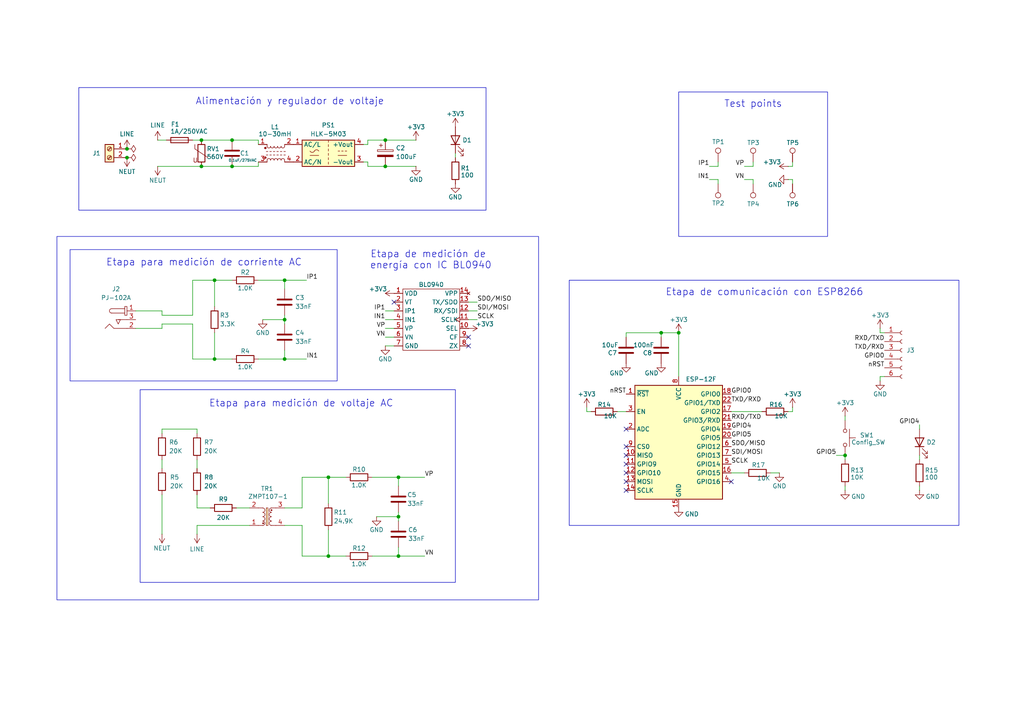
<source format=kicad_sch>
(kicad_sch (version 20231120) (generator "eeschema") (generator_version "8.0")
  (paper "A4")
  (title_block (title "Sistema de monitoreo de red eléctrica doméstica y/o industrial") (date "2024-06-13") (rev "Rev_01") (company "Alejo Mancinelli"))
  (lib_symbols
    (symbol "Connector:Conn_01x06_Socket" (pin_names (offset 1.016) hide)
      (property "Reference" "J" (at 0 7.62 0))
      (property "Value" "Conn_01x06_Socket" (at 0 -10.16 0))
      (symbol "Conn_01x06_Socket_1_1"
        (arc (start 0 -7.112) (mid -0.5058 -7.62) (end 0 -8.128) (stroke (width 0.1524)))
        (arc (start 0 -4.572) (mid -0.5058 -5.08) (end 0 -5.588) (stroke (width 0.1524)))
        (arc (start 0 -2.032) (mid -0.5058 -2.54) (end 0 -3.048) (stroke (width 0.1524)))
        (polyline (pts (xy -1.27 -7.62) (xy -0.508 -7.62)) (stroke (width 0.1524)))
        (polyline (pts (xy -1.27 -5.08) (xy -0.508 -5.08)) (stroke (width 0.1524)))
        (polyline (pts (xy -1.27 -2.54) (xy -0.508 -2.54)) (stroke (width 0.1524)))
        (polyline (pts (xy -1.27 0) (xy -0.508 0)) (stroke (width 0.1524)))
        (polyline (pts (xy -1.27 2.54) (xy -0.508 2.54)) (stroke (width 0.1524)))
        (polyline (pts (xy -1.27 5.08) (xy -0.508 5.08)) (stroke (width 0.1524)))
        (arc (start 0 0.508) (mid -0.5058 0) (end 0 -0.508) (stroke (width 0.1524)))
        (arc (start 0 3.048) (mid -0.5058 2.54) (end 0 2.032) (stroke (width 0.1524)))
        (arc (start 0 5.588) (mid -0.5058 5.08) (end 0 4.572) (stroke (width 0.1524)))
        (pin passive line (at -5.08 5.08 0) (length 3.81) (name "Pin_1") (number "1"))
        (pin passive line (at -5.08 2.54 0) (length 3.81) (name "Pin_2") (number "2"))
        (pin passive line (at -5.08 0 0) (length 3.81) (name "Pin_3") (number "3"))
        (pin passive line (at -5.08 -2.54 0) (length 3.81) (name "Pin_4") (number "4"))
        (pin passive line (at -5.08 -5.08 0) (length 3.81) (name "Pin_5") (number "5"))
        (pin passive line (at -5.08 -7.62 0) (length 3.81) (name "Pin_6") (number "6"))
      )
    )
    (symbol "Connector:Screw_Terminal_01x02" (pin_names (offset 1.016) hide)
      (property "Reference" "J" (at 0 2.54 0))
      (property "Value" "Screw_Terminal_01x02" (at 0 -5.08 0))
      (symbol "Screw_Terminal_01x02_1_1"
        (rectangle (start -1.27 1.27) (end 1.27 -3.81) (stroke (width 0.254)) (fill (type background)))
        (circle (center 0 -2.54) (radius 0.635) (stroke (width 0.1524)))
        (polyline (pts (xy -0.5334 -2.2098) (xy 0.3302 -3.048)) (stroke (width 0.1524)))
        (polyline (pts (xy -0.5334 0.3302) (xy 0.3302 -0.508)) (stroke (width 0.1524)))
        (polyline (pts (xy -0.3556 -2.032) (xy 0.508 -2.8702)) (stroke (width 0.1524)))
        (polyline (pts (xy -0.3556 0.508) (xy 0.508 -0.3302)) (stroke (width 0.1524)))
        (circle (center 0 0) (radius 0.635) (stroke (width 0.1524)))
        (pin passive line (at -5.08 0 0) (length 3.81) (name "Pin_1") (number "1"))
        (pin passive line (at -5.08 -2.54 0) (length 3.81) (name "Pin_2") (number "2"))
      )
    )
    (symbol "Connector:TestPoint" (pin_numbers hide) (pin_names (offset 0.762) hide)
      (property "Reference" "TP" (at 0 6.858 0))
      (property "Value" "TestPoint" (at 0 5.08 0))
      (symbol "TestPoint_0_1"
        (circle (center 0 3.302) (radius 0.762))
      )
      (symbol "TestPoint_1_1"
        (pin passive line (at 0 0 90) (length 2.54) (name "1") (number "1"))
      )
    )
    (symbol "Converter_ACDC:HLK-5M03"
      (property "Reference" "PS" (at 0 5.08 0))
      (property "Value" "HLK-5M03" (at 0 -5.08 0))
      (symbol "HLK-5M03_0_1"
        (rectangle (start -7.62 3.81) (end 7.62 -3.81) (stroke (width 0.254)) (fill (type background)))
        (arc (start -5.334 0.635) (mid -4.699 0.2495) (end -4.064 0.635))
        (arc (start -2.794 0.635) (mid -3.429 1.0072) (end -4.064 0.635))
        (polyline (pts (xy -5.334 -0.635) (xy -2.794 -0.635)))
        (polyline (pts (xy 0 -2.54) (xy 0 -3.175)))
        (polyline (pts (xy 0 -1.27) (xy 0 -1.905)))
        (polyline (pts (xy 0 0) (xy 0 -0.635)))
        (polyline (pts (xy 0 1.27) (xy 0 0.635)))
        (polyline (pts (xy 0 2.54) (xy 0 1.905)))
        (polyline (pts (xy 0 3.81) (xy 0 3.175)))
        (polyline (pts (xy 2.794 -0.635) (xy 5.334 -0.635)))
        (polyline (pts (xy 2.794 0.635) (xy 3.302 0.635)))
        (polyline (pts (xy 3.81 0.635) (xy 4.318 0.635)))
        (polyline (pts (xy 4.826 0.635) (xy 5.334 0.635)))
      )
      (symbol "HLK-5M03_1_1"
        (pin power_in line (at -10.16 2.54 0) (length 2.54) (name "AC/L") (number "1"))
        (pin power_in line (at -10.16 -2.54 0) (length 2.54) (name "AC/N") (number "2"))
        (pin power_out line (at 10.16 -2.54 180) (length 2.54) (name "-Vout") (number "3"))
        (pin power_out line (at 10.16 2.54 180) (length 2.54) (name "+Vout") (number "4"))
      )
    )
    (symbol "Custom_Library_Symbols:BL0940"
      (property "Reference" "BL0940" (at 0 13.716 0))
      (symbol "BL0940_0_1"
        (rectangle (start -7.62 8.89) (end 8.89 -8.89))
      )
      (symbol "BL0940_1_1"
        (pin power_in line (at -10.16 7.62 0) (length 2.54) (name "VDD") (number "1"))
        (pin input line (at 11.43 -2.54 180) (length 2.54) (name "SEL") (number "10"))
        (pin input clock (at 11.43 0 180) (length 2.54) (name "SCLK") (number "11"))
        (pin input line (at 11.43 2.54 180) (length 2.54) (name "RX/SDI") (number "12"))
        (pin output line (at 11.43 5.08 180) (length 2.54) (name "TX/SDO") (number "13"))
        (pin no_connect line (at 11.43 7.62 180) (length 2.54) (name "VPP") (number "14"))
        (pin input line (at -10.16 5.08 0) (length 2.54) (name "VT") (number "2"))
        (pin input line (at -10.16 2.54 0) (length 2.54) (name "IP1") (number "3"))
        (pin input line (at -10.16 0 0) (length 2.54) (name "IN1") (number "4"))
        (pin input line (at -10.16 -2.54 0) (length 2.54) (name "VP") (number "5"))
        (pin input line (at -10.16 -5.08 0) (length 2.54) (name "VN") (number "6"))
        (pin power_in line (at -10.16 -7.62 0) (length 2.54) (name "GND") (number "7"))
        (pin output line (at 11.43 -7.62 180) (length 2.54) (name "ZX") (number "8"))
        (pin output line (at 11.43 -5.08 180) (length 2.54) (name "CF") (number "9"))
      )
    )
    (symbol "Device:C" (pin_numbers hide) (pin_names (offset 0.254))
      (property "Reference" "C" (at 0.635 2.54 0))
      (property "Value" "C" (at 0.635 -2.54 0))
      (symbol "C_0_1"
        (polyline (pts (xy -2.032 -0.762) (xy 2.032 -0.762)) (stroke (width 0.508)))
        (polyline (pts (xy -2.032 0.762) (xy 2.032 0.762)) (stroke (width 0.508)))
      )
      (symbol "C_1_1"
        (pin passive line (at 0 3.81 270) (length 2.794) (name "~") (number "1"))
        (pin passive line (at 0 -3.81 90) (length 2.794) (name "~") (number "2"))
      )
    )
    (symbol "Device:C_Polarized" (pin_numbers hide) (pin_names (offset 0.254))
      (property "Reference" "C" (at 0.635 2.54 0))
      (property "Value" "C_Polarized" (at 0.635 -2.54 0))
      (symbol "C_Polarized_0_1"
        (rectangle (start -2.286 0.508) (end 2.286 1.016))
        (polyline (pts (xy -1.778 2.286) (xy -0.762 2.286)))
        (polyline (pts (xy -1.27 2.794) (xy -1.27 1.778)))
        (rectangle (start 2.286 -0.508) (end -2.286 -1.016) (fill (type outline)))
      )
      (symbol "C_Polarized_1_1"
        (pin passive line (at 0 3.81 270) (length 2.794) (name "~") (number "1"))
        (pin passive line (at 0 -3.81 90) (length 2.794) (name "~") (number "2"))
      )
    )
    (symbol "Device:Fuse" (pin_numbers hide) (pin_names (offset 0))
      (property "Reference" "F" (at 2.032 0 90))
      (property "Value" "Fuse" (at -1.905 0 90))
      (symbol "Fuse_0_1"
        (rectangle (start -0.762 -2.54) (end 0.762 2.54) (stroke (width 0.254)))
        (polyline (pts (xy 0 2.54) (xy 0 -2.54)))
      )
      (symbol "Fuse_1_1"
        (pin passive line (at 0 3.81 270) (length 1.27) (name "~") (number "1"))
        (pin passive line (at 0 -3.81 90) (length 1.27) (name "~") (number "2"))
      )
    )
    (symbol "Device:LED" (pin_numbers hide) (pin_names (offset 1.016) hide)
      (property "Reference" "D" (at 0 2.54 0))
      (property "Value" "LED" (at 0 -2.54 0))
      (symbol "LED_0_1"
        (polyline (pts (xy -1.27 -1.27) (xy -1.27 1.27)) (stroke (width 0.254)))
        (polyline (pts (xy -1.27 0) (xy 1.27 0)))
        (polyline (pts (xy 1.27 -1.27) (xy 1.27 1.27) (xy -1.27 0) (xy 1.27 -1.27)) (stroke (width 0.254)))
        (polyline (pts (xy -3.048 -0.762) (xy -4.572 -2.286) (xy -3.81 -2.286) (xy -4.572 -2.286) (xy -4.572 -1.524)))
        (polyline (pts (xy -1.778 -0.762) (xy -3.302 -2.286) (xy -2.54 -2.286) (xy -3.302 -2.286) (xy -3.302 -1.524)))
      )
      (symbol "LED_1_1"
        (pin passive line (at -3.81 0 0) (length 2.54) (name "K") (number "1"))
        (pin passive line (at 3.81 0 180) (length 2.54) (name "A") (number "2"))
      )
    )
    (symbol "Device:L_Ferrite_Coupled" (pin_names (offset 0.254) hide)
      (property "Reference" "L" (at 0 4.445 0))
      (property "Value" "L_Ferrite_Coupled" (at 0 -4.445 0))
      (symbol "L_Ferrite_Coupled_0_1"
        (circle (center -3.048 -1.27) (radius 0.254) (fill (type outline)))
        (circle (center -3.048 1.524) (radius 0.254) (fill (type outline)))
        (arc (start -2.54 2.032) (mid -2.032 1.5262) (end -1.524 2.032))
        (arc (start -1.524 -2.032) (mid -2.032 -1.5262) (end -2.54 -2.032))
        (arc (start -1.524 2.032) (mid -1.016 1.5262) (end -0.508 2.032))
        (arc (start -0.508 -2.032) (mid -1.016 -1.5262) (end -1.524 -2.032))
        (arc (start -0.508 2.032) (mid 0 1.5262) (end 0.508 2.032))
        (polyline (pts (xy -2.794 -0.508) (xy -2.286 -0.508)))
        (polyline (pts (xy -2.794 0.508) (xy -2.286 0.508)))
        (polyline (pts (xy -2.54 -2.032) (xy -2.54 -2.54)))
        (polyline (pts (xy -2.54 2.032) (xy -2.54 2.54)))
        (polyline (pts (xy -1.778 -0.508) (xy -1.27 -0.508)))
        (polyline (pts (xy -1.778 0.508) (xy -1.27 0.508)))
        (polyline (pts (xy -0.762 -0.508) (xy -0.254 -0.508)))
        (polyline (pts (xy -0.762 0.508) (xy -0.254 0.508)))
        (polyline (pts (xy 0.254 -0.508) (xy 0.762 -0.508)))
        (polyline (pts (xy 0.254 0.508) (xy 0.762 0.508)))
        (polyline (pts (xy 1.27 -0.508) (xy 1.778 -0.508)))
        (polyline (pts (xy 1.27 0.508) (xy 1.778 0.508)))
        (polyline (pts (xy 2.286 -0.508) (xy 2.794 -0.508)))
        (polyline (pts (xy 2.286 0.508) (xy 2.794 0.508)))
        (polyline (pts (xy 2.54 -2.032) (xy 2.54 -2.54)))
        (polyline (pts (xy 2.54 2.54) (xy 2.54 2.032)))
        (arc (start 0.508 -2.032) (mid 0 -1.5262) (end -0.508 -2.032))
        (arc (start 0.508 2.032) (mid 1.016 1.5262) (end 1.524 2.032))
        (arc (start 1.524 -2.032) (mid 1.016 -1.5262) (end 0.508 -2.032))
        (arc (start 1.524 2.032) (mid 2.032 1.5262) (end 2.54 2.032))
        (arc (start 2.54 -2.032) (mid 2.032 -1.5262) (end 1.524 -2.032))
      )
      (symbol "L_Ferrite_Coupled_1_1"
        (pin passive line (at -5.08 2.54 0) (length 2.54) (name "1") (number "1"))
        (pin passive line (at 5.08 2.54 180) (length 2.54) (name "2") (number "2"))
        (pin passive line (at -5.08 -2.54 0) (length 2.54) (name "3") (number "3"))
        (pin passive line (at 5.08 -2.54 180) (length 2.54) (name "4") (number "4"))
      )
    )
    (symbol "Device:R" (pin_numbers hide) (pin_names (offset 0))
      (property "Reference" "R" (at 2.032 0 90))
      (property "Value" "R" (at 0 0 90))
      (symbol "R_0_1"
        (rectangle (start -1.016 -2.54) (end 1.016 2.54) (stroke (width 0.254)))
      )
      (symbol "R_1_1"
        (pin passive line (at 0 3.81 270) (length 1.27) (name "~") (number "1"))
        (pin passive line (at 0 -3.81 90) (length 1.27) (name "~") (number "2"))
      )
    )
    (symbol "Device:Varistor" (pin_numbers hide) (pin_names (offset 0))
      (property "Reference" "RV" (at 3.175 0 90))
      (property "Value" "Varistor" (at -3.175 0 90))
      (symbol "Varistor_0_0"
        (text "U" (at -1.778 -2.032 0) (effects (font (size 1.27 1.27))))
      )
      (symbol "Varistor_0_1"
        (rectangle (start -1.016 -2.54) (end 1.016 2.54) (stroke (width 0.254)))
        (polyline (pts (xy -1.905 2.54) (xy -1.905 1.27) (xy 1.905 -1.27)))
      )
      (symbol "Varistor_1_1"
        (pin passive line (at 0 3.81 270) (length 1.27) (name "~") (number "1"))
        (pin passive line (at 0 -3.81 90) (length 1.27) (name "~") (number "2"))
      )
    )
    (symbol "RF_Module:ESP-12F"
      (property "Reference" "U" (at -12.7 19.05 0))
      (property "Value" "ESP-12F" (at 12.7 19.05 0))
      (symbol "ESP-12F_0_1"
        (rectangle (start -12.7 17.78) (end 12.7 -15.24) (stroke (width 0.254)) (fill (type background)))
      )
      (symbol "ESP-12F_1_1"
        (pin input line (at -15.24 15.24 0) (length 2.54) (name "~{RST}") (number "1"))
        (pin bidirectional line (at -15.24 -2.54 0) (length 2.54) (name "MISO") (number "10"))
        (pin bidirectional line (at -15.24 -5.08 0) (length 2.54) (name "GPIO9") (number "11"))
        (pin bidirectional line (at -15.24 -7.62 0) (length 2.54) (name "GPIO10") (number "12"))
        (pin bidirectional line (at -15.24 -10.16 0) (length 2.54) (name "MOSI") (number "13"))
        (pin bidirectional line (at -15.24 -12.7 0) (length 2.54) (name "SCLK") (number "14"))
        (pin power_in line (at 0 -17.78 90) (length 2.54) (name "GND") (number "15"))
        (pin bidirectional line (at 15.24 -7.62 180) (length 2.54) (name "GPIO15") (number "16"))
        (pin bidirectional line (at 15.24 10.16 180) (length 2.54) (name "GPIO2") (number "17"))
        (pin bidirectional line (at 15.24 15.24 180) (length 2.54) (name "GPIO0") (number "18"))
        (pin bidirectional line (at 15.24 5.08 180) (length 2.54) (name "GPIO4") (number "19"))
        (pin input line (at -15.24 5.08 0) (length 2.54) (name "ADC") (number "2"))
        (pin bidirectional line (at 15.24 2.54 180) (length 2.54) (name "GPIO5") (number "20"))
        (pin bidirectional line (at 15.24 7.62 180) (length 2.54) (name "GPIO3/RXD") (number "21"))
        (pin bidirectional line (at 15.24 12.7 180) (length 2.54) (name "GPIO1/TXD") (number "22"))
        (pin input line (at -15.24 10.16 0) (length 2.54) (name "EN") (number "3"))
        (pin bidirectional line (at 15.24 -10.16 180) (length 2.54) (name "GPIO16") (number "4"))
        (pin bidirectional line (at 15.24 -5.08 180) (length 2.54) (name "GPIO14") (number "5"))
        (pin bidirectional line (at 15.24 0 180) (length 2.54) (name "GPIO12") (number "6"))
        (pin bidirectional line (at 15.24 -2.54 180) (length 2.54) (name "GPIO13") (number "7"))
        (pin power_in line (at 0 20.32 270) (length 2.54) (name "VCC") (number "8"))
        (pin input line (at -15.24 0 0) (length 2.54) (name "CS0") (number "9"))
      )
    )
    (symbol "Switch:SW_Push" (pin_numbers hide) (pin_names (offset 1.016) hide)
      (property "Reference" "SW" (at 1.27 2.54 0))
      (property "Value" "SW_Push" (at 0 -1.524 0))
      (symbol "SW_Push_0_1"
        (circle (center -2.032 0) (radius 0.508))
        (polyline (pts (xy 0 1.27) (xy 0 3.048)))
        (polyline (pts (xy 2.54 1.27) (xy -2.54 1.27)))
        (circle (center 2.032 0) (radius 0.508))
        (pin passive line (at -5.08 0 0) (length 2.54) (name "1") (number "1"))
        (pin passive line (at 5.08 0 180) (length 2.54) (name "2") (number "2"))
      )
    )
    (symbol "Transformer:ZMPT101K"
      (property "Reference" "TR" (at 0 4.445 0))
      (property "Value" "ZMPT101K" (at 0 -4.445 0))
      (symbol "ZMPT101K_0_1"
        (polyline (pts (xy -1.27 -2.54) (xy -2.54 -2.54)))
        (polyline (pts (xy -1.27 2.54) (xy -2.54 2.54)))
        (polyline (pts (xy 1.27 -2.54) (xy 2.54 -2.54)))
        (polyline (pts (xy 1.27 2.54) (xy 2.54 2.54)))
      )
      (symbol "ZMPT101K_1_1"
        (arc (start -1.27 -2.54) (mid -0.6377 -1.905) (end -1.27 -1.27))
        (arc (start -1.27 -1.27) (mid -0.6377 -0.635) (end -1.27 0))
        (arc (start -1.27 0) (mid -0.6377 0.635) (end -1.27 1.27))
        (arc (start -1.27 1.27) (mid -0.6377 1.905) (end -1.27 2.54))
        (circle (center -1.143 1.905) (radius 0.127) (stroke (width 0.254)))
        (rectangle (start -0.254 2.54) (end 0.254 -2.54) (fill (type background)))
        (circle (center 1.27 -1.905) (radius 0.127) (stroke (width 0.254)))
        (arc (start 1.27 -1.27) (mid 0.6377 -1.905) (end 1.27 -2.54))
        (arc (start 1.27 0) (mid 0.6377 -0.635) (end 1.27 -1.27))
        (arc (start 1.27 1.27) (mid 0.6377 0.635) (end 1.27 0))
        (arc (start 1.27 2.54) (mid 0.6377 1.905) (end 1.27 1.27))
        (pin passive line (at -5.08 2.54 0) (length 2.54) (name "~") (number "1"))
        (pin passive line (at -5.08 -2.54 0) (length 2.54) (name "~") (number "2"))
        (pin passive line (at 5.08 -2.54 180) (length 2.54) (name "~") (number "3"))
        (pin passive line (at 5.08 2.54 180) (length 2.54) (name "~") (number "4"))
      )
    )
    (symbol "dk_Barrel-Power-Connectors:PJ-102A" (pin_names (offset 1.016))
      (property "Reference" "J" (at 0 2.54 0))
      (property "Value" "PJ-102A" (at 0 -6.35 0))
      (symbol "PJ-102A_0_1"
        (arc (start -4.445 0.635) (mid -5.08 0) (end -4.445 -0.635))
        (rectangle (start -0.635 1.27) (end 0 -1.27))
        (polyline (pts (xy -0.635 -0.635) (xy -4.445 -0.635)))
        (polyline (pts (xy -0.635 0.635) (xy -4.445 0.635)))
        (polyline (pts (xy 0 -2.54) (xy -1.27 -2.54) (xy -2.54 -2.54)))
        (polyline (pts (xy 0 -5.08) (xy -3.81 -5.08) (xy -5.08 -3.81) (xy -6.35 -5.08)))
        (polyline (pts (xy -2.54 -2.54) (xy -3.175 -2.54) (xy -2.54 -3.81) (xy -1.905 -2.54) (xy -2.54 -2.54)))
      )
      (symbol "PJ-102A_1_1"
        (pin passive line (at 2.54 0 180) (length 2.54) (name "~") (number "1"))
        (pin passive line (at 2.54 -5.08 180) (length 2.54) (name "~") (number "2"))
        (pin passive line (at 2.54 -2.54 180) (length 2.54) (name "~") (number "3"))
      )
    )
    (symbol "power:+3V3" (power) (pin_numbers hide) (pin_names (offset 0) hide)
      (property "Value" "+3V3" (at 0 3.556 0))
      (symbol "+3V3_0_1"
        (polyline (pts (xy -0.762 1.27) (xy 0 2.54)))
        (polyline (pts (xy 0 0) (xy 0 2.54)))
        (polyline (pts (xy 0 2.54) (xy 0.762 1.27)))
      )
      (symbol "+3V3_1_1"
        (pin power_in line (at 0 0 90) (length 0) (name "~") (number "1"))
      )
    )
    (symbol "power:GND" (power) (pin_numbers hide) (pin_names (offset 0) hide)
      (property "Value" "GND" (at 0 -3.81 0))
      (symbol "GND_0_1"
        (polyline (pts (xy 0 0) (xy 0 -1.27) (xy 1.27 -1.27) (xy 0 -2.54) (xy -1.27 -1.27) (xy 0 -1.27)))
      )
      (symbol "GND_1_1"
        (pin power_in line (at 0 0 270) (length 0) (name "~") (number "1"))
      )
    )
    (symbol "power:LINE" (power) (pin_numbers hide) (pin_names (offset 0) hide)
      (property "Value" "LINE" (at 0 3.556 0))
      (symbol "LINE_0_1"
        (polyline (pts (xy -0.762 1.27) (xy 0 2.54)))
        (polyline (pts (xy 0 0) (xy 0 2.54)))
        (polyline (pts (xy 0 2.54) (xy 0.762 1.27)))
      )
      (symbol "LINE_1_1"
        (pin power_in line (at 0 0 90) (length 0) (name "~") (number "1"))
      )
    )
    (symbol "power:NEUT" (power) (pin_numbers hide) (pin_names (offset 0) hide)
      (property "Value" "NEUT" (at 0 3.556 0))
      (symbol "NEUT_0_1"
        (polyline (pts (xy -0.762 1.27) (xy 0 2.54)))
        (polyline (pts (xy 0 0) (xy 0 2.54)))
        (polyline (pts (xy 0 2.54) (xy 0.762 1.27)))
      )
      (symbol "NEUT_1_1"
        (pin power_in line (at 0 0 90) (length 0) (name "~") (number "1"))
      )
    )
    (symbol "power:PWR_FLAG" (power) (pin_numbers hide) (pin_names (offset 0) hide)
      (property "Value" "PWR_FLAG" (at 0 3.81 0))
      (symbol "PWR_FLAG_0_0"
        (pin power_out line (at 0 0 90) (length 0) (name "~") (number "1"))
      )
      (symbol "PWR_FLAG_0_1"
        (polyline (pts (xy 0 0) (xy 0 1.27) (xy -1.016 1.905) (xy 0 2.54) (xy 1.016 1.905) (xy 0 1.27)))
      )
    )
  )
  (junction (at 191.77 96.52))
  (junction (at 58.42 48.26))
  (junction (at 245.11 132.08))
  (junction (at 115.57 149.86))
  (junction (at 95.25 161.29))
  (junction (at 67.31 48.26))
  (junction (at 111.76 40.64))
  (junction (at 62.23 104.14))
  (junction (at 82.55 81.28))
  (junction (at 36.83 43.18))
  (junction (at 196.85 96.52))
  (junction (at 111.76 48.26))
  (junction (at 115.57 161.29))
  (junction (at 82.55 104.14))
  (junction (at 115.57 138.43))
  (junction (at 95.25 138.43))
  (junction (at 62.23 81.28))
  (junction (at 67.31 40.64))
  (junction (at 58.42 40.64))
  (junction (at 36.83 45.72))
  (junction (at 82.55 92.71))
  (no_connect (at 212.09 139.7))
  (no_connect (at 181.61 139.7))
  (no_connect (at 135.89 100.33))
  (no_connect (at 114.3 87.63))
  (no_connect (at 181.61 132.08))
  (no_connect (at 181.61 124.46))
  (no_connect (at 135.89 97.79))
  (no_connect (at 181.61 129.54))
  (no_connect (at 181.61 142.24))
  (no_connect (at 181.61 134.62))
  (no_connect (at 181.61 137.16))
  (wire (pts (xy 218.44 52.07) (xy 218.44 53.34)))
  (wire (pts (xy 55.88 93.98) (xy 55.88 104.14)))
  (wire (pts (xy 45.72 40.64) (xy 48.26 40.64)))
  (wire (pts (xy 181.61 96.52) (xy 191.77 96.52)))
  (wire (pts (xy 95.25 161.29) (xy 100.33 161.29)))
  (wire (pts (xy 111.76 95.25) (xy 114.3 95.25)))
  (wire (pts (xy 58.42 48.26) (xy 67.31 48.26)))
  (wire (pts (xy 87.63 138.43) (xy 87.63 147.32)))
  (wire (pts (xy 135.89 92.71) (xy 138.43 92.71)))
  (wire (pts (xy 46.99 125.73) (xy 46.99 124.46)))
  (wire (pts (xy 191.77 96.52) (xy 196.85 96.52)))
  (wire (pts (xy 115.57 161.29) (xy 123.19 161.29)))
  (wire (pts (xy 95.25 138.43) (xy 100.33 138.43)))
  (wire (pts (xy 205.74 48.26) (xy 208.28 48.26)))
  (wire (pts (xy 68.58 147.32) (xy 72.39 147.32)))
  (wire (pts (xy 255.27 109.22) (xy 256.54 109.22)))
  (wire (pts (xy 208.28 52.07) (xy 208.28 53.34)))
  (wire (pts (xy 76.2 92.71) (xy 82.55 92.71)))
  (wire (pts (xy 266.7 123.19) (xy 266.7 124.46)))
  (wire (pts (xy 62.23 81.28) (xy 67.31 81.28)))
  (wire (pts (xy 242.57 132.08) (xy 245.11 132.08)))
  (wire (pts (xy 82.55 104.14) (xy 82.55 101.6)))
  (wire (pts (xy 82.55 83.82) (xy 82.55 81.28)))
  (wire (pts (xy 57.15 143.51) (xy 57.15 147.32)))
  (wire (pts (xy 111.76 100.33) (xy 114.3 100.33)))
  (wire (pts (xy 57.15 147.32) (xy 60.96 147.32)))
  (wire (pts (xy 105.41 46.99) (xy 106.68 46.99)))
  (wire (pts (xy 95.25 146.05) (xy 95.25 138.43)))
  (wire (pts (xy 111.76 40.64) (xy 120.65 40.64)))
  (wire (pts (xy 57.15 124.46) (xy 57.15 125.73)))
  (wire (pts (xy 223.52 137.16) (xy 226.06 137.16)))
  (wire (pts (xy 245.11 133.35) (xy 245.11 132.08)))
  (wire (pts (xy 255.27 96.52) (xy 255.27 95.25)))
  (wire (pts (xy 228.6 119.38) (xy 229.87 119.38)))
  (wire (pts (xy 55.88 81.28) (xy 62.23 81.28)))
  (wire (pts (xy 82.55 104.14) (xy 88.9 104.14)))
  (wire (pts (xy 212.09 119.38) (xy 220.98 119.38)))
  (wire (pts (xy 57.15 133.35) (xy 57.15 135.89)))
  (wire (pts (xy 111.76 48.26) (xy 120.65 48.26)))
  (wire (pts (xy 106.68 41.91) (xy 106.68 40.64)))
  (wire (pts (xy 45.72 48.26) (xy 58.42 48.26)))
  (wire (pts (xy 95.25 153.67) (xy 95.25 161.29)))
  (wire (pts (xy 115.57 161.29) (xy 115.57 158.75)))
  (wire (pts (xy 215.9 48.26) (xy 218.44 48.26)))
  (wire (pts (xy 256.54 96.52) (xy 255.27 96.52)))
  (wire (pts (xy 62.23 96.52) (xy 62.23 104.14)))
  (wire (pts (xy 62.23 104.14) (xy 67.31 104.14)))
  (wire (pts (xy 74.93 46.99) (xy 74.93 48.26)))
  (wire (pts (xy 74.93 40.64) (xy 67.31 40.64)))
  (wire (pts (xy 109.22 149.86) (xy 115.57 149.86)))
  (wire (pts (xy 208.28 48.26) (xy 208.28 46.99)))
  (wire (pts (xy 115.57 140.97) (xy 115.57 138.43)))
  (wire (pts (xy 215.9 52.07) (xy 218.44 52.07)))
  (wire (pts (xy 228.6 52.07) (xy 229.87 52.07)))
  (wire (pts (xy 205.74 52.07) (xy 208.28 52.07)))
  (wire (pts (xy 107.95 161.29) (xy 115.57 161.29)))
  (wire (pts (xy 229.87 52.07) (xy 229.87 53.34)))
  (wire (pts (xy 55.88 81.28) (xy 55.88 91.44)))
  (wire (pts (xy 115.57 138.43) (xy 107.95 138.43)))
  (wire (pts (xy 82.55 81.28) (xy 88.9 81.28)))
  (wire (pts (xy 58.42 40.64) (xy 67.31 40.64)))
  (wire (pts (xy 82.55 147.32) (xy 87.63 147.32)))
  (wire (pts (xy 111.76 90.17) (xy 114.3 90.17)))
  (wire (pts (xy 170.18 119.38) (xy 170.18 118.11)))
  (wire (pts (xy 106.68 40.64) (xy 111.76 40.64)))
  (wire (pts (xy 191.77 97.79) (xy 191.77 96.52)))
  (wire (pts (xy 106.68 46.99) (xy 106.68 48.26)))
  (wire (pts (xy 82.55 81.28) (xy 74.93 81.28)))
  (wire (pts (xy 46.99 90.17) (xy 46.99 91.44)))
  (wire (pts (xy 87.63 161.29) (xy 95.25 161.29)))
  (wire (pts (xy 57.15 152.4) (xy 57.15 154.94)))
  (wire (pts (xy 39.37 90.17) (xy 46.99 90.17)))
  (wire (pts (xy 46.99 124.46) (xy 57.15 124.46)))
  (wire (pts (xy 55.88 104.14) (xy 62.23 104.14)))
  (wire (pts (xy 105.41 41.91) (xy 106.68 41.91)))
  (wire (pts (xy 266.7 140.97) (xy 266.7 142.24)))
  (wire (pts (xy 218.44 48.26) (xy 218.44 46.99)))
  (wire (pts (xy 132.08 44.45) (xy 132.08 45.72)))
  (wire (pts (xy 74.93 48.26) (xy 67.31 48.26)))
  (wire (pts (xy 111.76 97.79) (xy 114.3 97.79)))
  (wire (pts (xy 87.63 152.4) (xy 87.63 161.29)))
  (wire (pts (xy 46.99 93.98) (xy 55.88 93.98)))
  (wire (pts (xy 115.57 148.59) (xy 115.57 149.86)))
  (wire (pts (xy 229.87 46.99) (xy 229.87 48.26)))
  (wire (pts (xy 135.89 87.63) (xy 138.43 87.63)))
  (wire (pts (xy 46.99 133.35) (xy 46.99 135.89)))
  (wire (pts (xy 55.88 40.64) (xy 58.42 40.64)))
  (wire (pts (xy 171.45 119.38) (xy 170.18 119.38)))
  (wire (pts (xy 57.15 152.4) (xy 72.39 152.4)))
  (wire (pts (xy 245.11 120.65) (xy 245.11 121.92)))
  (wire (pts (xy 46.99 143.51) (xy 46.99 154.94)))
  (wire (pts (xy 46.99 91.44) (xy 55.88 91.44)))
  (wire (pts (xy 196.85 96.52) (xy 196.85 109.22)))
  (wire (pts (xy 106.68 48.26) (xy 111.76 48.26)))
  (wire (pts (xy 229.87 119.38) (xy 229.87 118.11)))
  (wire (pts (xy 115.57 149.86) (xy 115.57 151.13)))
  (wire (pts (xy 181.61 97.79) (xy 181.61 96.52)))
  (wire (pts (xy 82.55 91.44) (xy 82.55 92.71)))
  (wire (pts (xy 266.7 132.08) (xy 266.7 133.35)))
  (wire (pts (xy 74.93 41.91) (xy 74.93 40.64)))
  (wire (pts (xy 62.23 88.9) (xy 62.23 81.28)))
  (wire (pts (xy 74.93 104.14) (xy 82.55 104.14)))
  (wire (pts (xy 179.07 119.38) (xy 181.61 119.38)))
  (wire (pts (xy 82.55 92.71) (xy 82.55 93.98)))
  (wire (pts (xy 245.11 142.24) (xy 245.11 140.97)))
  (wire (pts (xy 87.63 152.4) (xy 82.55 152.4)))
  (wire (pts (xy 39.37 95.25) (xy 46.99 95.25)))
  (wire (pts (xy 87.63 138.43) (xy 95.25 138.43)))
  (wire (pts (xy 111.76 92.71) (xy 114.3 92.71)))
  (wire (pts (xy 46.99 95.25) (xy 46.99 93.98)))
  (wire (pts (xy 115.57 138.43) (xy 123.19 138.43)))
  (wire (pts (xy 255.27 109.22) (xy 255.27 110.49)))
  (wire (pts (xy 212.09 137.16) (xy 215.9 137.16)))
  (wire (pts (xy 228.6 48.26) (xy 229.87 48.26)))
  (wire (pts (xy 135.89 90.17) (xy 138.43 90.17)))
  (rectangle (start 40.64 113.03) (end 132.08 168.91))
  (rectangle (start 196.85 26.67) (end 240.03 68.58))
  (rectangle (start 22.86 25.4) (end 140.97 60.96))
  (rectangle (start 20.32 72.39) (end 97.79 110.49))
  (rectangle (start 16.51 68.58) (end 156.21 173.99))
  (rectangle (start 165.1 81.28) (end 278.13 152.4))
  (text "Alimentación y regulador de voltaje" (at 84.074 29.464 0) (effects (font (size 2 2))))
  (text "Test points" (at 218.44 30.226 0) (effects (font (size 2 2))))
  (text "Etapa para medición de corriente AC" (at 59.182 76.2 0) (effects (font (size 2 2))))
  (text "Etapa para medición de voltaje AC" (at 87.376 117.094 0) (effects (font (size 2 2))))
  (text "Etapa de comunicación con ESP8266" (at 221.742 84.836 0) (effects (font (size 2 2))))
  (text "Etapa de medición de \nenergía con IC BL0940" (at 124.968 75.438 0) (effects (font (size 2 2))))
  (label "VN" (at 111.76 97.79 180))
  (label "GPIO5" (at 242.57 132.08 180))
  (label "SDO{slash}MISO" (at 212.09 129.54 0))
  (label "IP1" (at 111.76 90.17 180))
  (label "TXD{slash}RXD" (at 256.54 101.6 180))
  (label "SCLK" (at 212.09 134.62 0))
  (label "GPIO0" (at 212.09 114.3 0))
  (label "IN1" (at 88.9 104.14 0))
  (label "VP" (at 111.76 95.25 180))
  (label "nRST" (at 256.54 106.68 180))
  (label "SDI{slash}MOSI" (at 138.43 90.17 0))
  (label "IN1" (at 205.74 52.07 180))
  (label "TXD{slash}RXD" (at 212.09 116.84 0))
  (label "IP1" (at 205.74 48.26 180))
  (label "VN" (at 123.19 161.29 0))
  (label "SDI{slash}MOSI" (at 212.09 132.08 0))
  (label "IN1" (at 111.76 92.71 180))
  (label "VP" (at 123.19 138.43 0))
  (label "IP1" (at 88.9 81.28 0))
  (label "GPIO0" (at 256.54 104.14 180))
  (label "VP" (at 215.9 48.26 180))
  (label "GPIO4" (at 212.09 124.46 0))
  (label "VN" (at 215.9 52.07 180))
  (label "SDO{slash}MISO" (at 138.43 87.63 0))
  (label "nRST" (at 181.61 114.3 180))
  (label "RXD{slash}TXD" (at 256.54 99.06 180))
  (label "GPIO5" (at 212.09 127 0))
  (label "SCLK" (at 138.43 92.71 0))
  (label "GPIO4" (at 266.7 123.19 180))
  (label "RXD{slash}TXD" (at 212.09 121.92 0))
  (symbol (lib_id "Device:Fuse") (at 52.07 40.64 270) (unit 1)
    (property "Reference" "F1" (at 50.8 36.068 90))
    (property "Value" "1A/250VAC" (at 54.864 38.1 90))
    (property "Footprint" "Fuse:Fuseholder_Clip-5x20mm_Bel_FC-203-22_Lateral_P17.80x5.00mm_D1.17mm_Horizontal" (effects (hide yes)))
    (property "Description" "Fuse" (effects (hide yes)))
  )
  (symbol (lib_id "Device:R") (at 104.14 138.43 270) (unit 1)
    (property "Reference" "R10" (at 104.14 136.144 90))
    (property "Value" "1.0K" (at 104.14 140.716 90))
    (property "Footprint" "Resistor_SMD:R_0805_2012Metric" (effects (hide yes)))
    (property "Description" "Resistor" (effects (hide yes)))
  )
  (symbol (lib_id "Device:C") (at 82.55 97.79 0) (unit 1)
    (property "Reference" "C4" (at 85.598 96.52 0) (effects (justify left)))
    (property "Value" "33nF" (at 85.598 99.06 0) (effects (justify left)))
    (property "Footprint" "Capacitor_SMD:C_0805_2012Metric" (effects (hide yes)))
    (property "Description" "Unpolarized capacitor" (effects (hide yes)))
  )
  (symbol (lib_id "Device:R") (at 104.14 161.29 270) (unit 1)
    (property "Reference" "R12" (at 104.14 159.004 90))
    (property "Value" "1.0K" (at 104.14 163.576 90))
    (property "Footprint" "Resistor_SMD:R_0805_2012Metric" (effects (hide yes)))
    (property "Description" "Resistor" (effects (hide yes)))
  )
  (symbol (lib_id "Device:C") (at 191.77 101.6 0) (mirror x) (unit 1)
    (property "Reference" "C8" (at 186.436 102.362 0) (effects (justify left)))
    (property "Value" "100nF" (at 183.642 100.076 0) (effects (justify left)))
    (property "Footprint" "Capacitor_SMD:C_0402_1005Metric" (effects (hide yes)))
    (property "Description" "Unpolarized capacitor" (effects (hide yes)))
  )
  (symbol (lib_id "power:PWR_FLAG") (at 36.83 45.72 270) (unit 1)
    (property "Reference" "#FLG02" (effects (hide yes)))
    (property "Value" "PWR_FLAG" (effects (hide yes)))
    (property "Description" "Special symbol for telling ERC where power comes from" (effects (hide yes)))
  )
  (symbol (lib_id "Device:L_Ferrite_Coupled") (at 80.01 44.45 0) (unit 1)
    (property "Reference" "L1" (at 79.756 36.83 0))
    (property "Value" "10-30mH" (at 79.756 38.862 0))
    (property "Footprint" "Inductor_THT:L_CommonMode_Toroid_Vertical_L19.3mm_W10.8mm_Px6.35mm_Py15.24mm_Bourns_8100" (effects (hide yes)))
    (property "Description" "Coupled inductor with ferrite core" (effects (hide yes)))
  )
  (symbol (lib_id "power:NEUT") (at 36.83 45.72 180) (unit 1)
    (property "Reference" "#PWR031" (effects (hide yes)))
    (property "Value" "NEUT" (at 36.83 49.784 0))
    (property "Description" "Power symbol creates a global label with name \"NEUT\"" (effects (hide yes)))
  )
  (symbol (lib_id "Device:R") (at 46.99 139.7 0) (unit 1)
    (property "Reference" "R5" (at 49.276 138.43 0) (effects (justify left)))
    (property "Value" "20K" (at 49.276 140.97 0) (effects (justify left)))
    (property "Footprint" "Resistor_SMD:R_1206_3216Metric" (effects (hide yes)))
    (property "Description" "Resistor" (effects (hide yes)))
  )
  (symbol (lib_id "Connector:TestPoint") (at 208.28 46.99 0) (unit 1)
    (property "Reference" "TP1" (at 206.502 41.148 0) (effects (justify left)))
    (property "Value" "TestPoint" (effects (hide yes)))
    (property "Footprint" "TestPoint:TestPoint_Pad_D2.0mm" (effects (hide yes)))
    (property "Description" "test point" (effects (hide yes)))
  )
  (symbol (lib_id "Converter_ACDC:HLK-5M03") (at 95.25 44.45 0) (unit 1)
    (property "Reference" "PS1" (at 95.25 36.322 0))
    (property "Value" "HLK-5M03" (at 95.25 38.862 0))
    (property "Footprint" "Converter_ACDC:Converter_ACDC_Hi-Link_HLK-5Mxx" (effects (hide yes)))
    (property "Datasheet" "http://h.hlktech.com/download/ACDC%E7%94%B5%E6%BA%90%E6%A8%A1%E5%9D%975W%E7%B3%BB%E5%88%97/1/%E6%B5%B7%E5%87%8C%E7%A7%915W%E7%B3%BB%E5%88%97%E7%94%B5%E6%BA%90%E6%A8%A1%E5%9D%97%E8%A7%84%E6%A0%BC%E4%B9%A6V2.8.pdf" (effects (hide yes)))
    (property "Description" "Compact AC/DC board mount power module 5W, 3.3V 1.5A" (effects (hide yes)))
  )
  (symbol (lib_id "power:GND") (at 120.65 48.26 0) (unit 1)
    (property "Reference" "#PWR09" (effects (hide yes)))
    (property "Value" "GND" (at 120.65 52.07 0))
    (property "Description" "Power symbol creates a global label with name \"GND\" , ground" (effects (hide yes)))
  )
  (symbol (lib_id "Device:LED") (at 132.08 40.64 90) (unit 1)
    (property "Reference" "D1" (at 134.112 40.64 90) (effects (justify right)))
    (property "Value" "LED" (effects (hide yes)))
    (property "Footprint" "LED_THT:LED_D3.0mm" (effects (hide yes)))
    (property "Description" "Light emitting diode" (effects (hide yes)))
  )
  (symbol (lib_id "power:GND") (at 191.77 105.41 0) (unit 1)
    (property "Reference" "#PWR024" (effects (hide yes)))
    (property "Value" "GND" (at 188.976 108.204 0))
    (property "Description" "Power symbol creates a global label with name \"GND\" , ground" (effects (hide yes)))
  )
  (symbol (lib_id "Connector:TestPoint") (at 229.87 53.34 0) (mirror x) (unit 1)
    (property "Reference" "TP6" (at 228.092 59.182 0) (effects (justify left)))
    (property "Value" "TestPoint" (effects (hide yes)))
    (property "Footprint" "TestPoint:TestPoint_Pad_D2.0mm" (effects (hide yes)))
    (property "Description" "test point" (effects (hide yes)))
  )
  (symbol (lib_id "power:+3V3") (at 132.08 36.83 0) (unit 1)
    (property "Reference" "#PWR06" (effects (hide yes)))
    (property "Value" "+3V3" (at 132.08 33.02 0))
    (property "Description" "Power symbol creates a global label with name \"+3V3\"" (effects (hide yes)))
  )
  (symbol (lib_id "Device:C") (at 115.57 144.78 0) (unit 1)
    (property "Reference" "C5" (at 118.11 143.51 0) (effects (justify left)))
    (property "Value" "33nF" (at 118.11 146.05 0) (effects (justify left)))
    (property "Footprint" "Capacitor_SMD:C_0805_2012Metric" (effects (hide yes)))
    (property "Description" "Unpolarized capacitor" (effects (hide yes)))
  )
  (symbol (lib_id "Device:C_Polarized") (at 111.76 44.45 0) (unit 1)
    (property "Reference" "C2" (at 114.808 42.926 0) (effects (justify left)))
    (property "Value" "100uF" (at 114.808 45.466 0) (effects (justify left)))
    (property "Footprint" "Capacitor_THT:CP_Radial_D6.3mm_P2.50mm" (effects (hide yes)))
    (property "Description" "Polarized capacitor" (effects (hide yes)))
  )
  (symbol (lib_id "power:GND") (at 76.2 92.71 0) (unit 1)
    (property "Reference" "#PWR02" (effects (hide yes)))
    (property "Value" "GND" (at 76.2 96.52 0))
    (property "Description" "Power symbol creates a global label with name \"GND\" , ground" (effects (hide yes)))
  )
  (symbol (lib_id "Device:R") (at 62.23 92.71 0) (unit 1)
    (property "Reference" "R3" (at 63.754 91.44 0) (effects (justify left)))
    (property "Value" "3.3K" (at 63.754 93.98 0) (effects (justify left)))
    (property "Footprint" "Resistor_SMD:R_0805_2012Metric" (effects (hide yes)))
    (property "Description" "Resistor" (effects (hide yes)))
  )
  (symbol (lib_id "power:+3V3") (at 114.3 85.09 90) (unit 1)
    (property "Reference" "#PWR012" (effects (hide yes)))
    (property "Value" "+3V3" (at 112.268 83.82 90) (effects (justify left)))
    (property "Description" "Power symbol creates a global label with name \"+3V3\"" (effects (hide yes)))
  )
  (symbol (lib_id "dk_Barrel-Power-Connectors:PJ-102A") (at 36.83 90.17 0) (unit 1)
    (property "Reference" "J2" (at 33.655 83.82 0))
    (property "Value" "PJ-102A" (at 33.655 86.36 0))
    (property "Footprint" "digikey-footprints:Barrel_Jack_5.5mmODx2.1mmID_PJ-102A" (effects (hide yes)))
    (property "Datasheet" "https://www.cui.com/product/resource/digikeypdf/pj-102a.pdf" (effects (hide yes)))
    (property "Description" "CONN PWR JACK 2X5.5MM SOLDER" (effects (hide yes)))
    (property "MPN" "PJ-102A" (effects (hide yes)))
    (property "Category" "Connectors, Interconnects" (effects (hide yes)))
    (property "Family" "Barrel - Power Connectors" (effects (hide yes)))
    (property "DK_Datasheet_Link" "https://www.cui.com/product/resource/digikeypdf/pj-102a.pdf" (effects (hide yes)))
    (property "DK_Detail_Page" "/product-detail/en/cui-inc/PJ-102A/CP-102A-ND/275425" (effects (hide yes)))
    (property "Manufacturer" "CUI Inc." (effects (hide yes)))
    (property "Status" "Active" (effects (hide yes)))
  )
  (symbol (lib_id "Custom_Library_Symbols:BL0940") (at 124.46 92.71 0) (unit 1)
    (property "Reference" "U2" (effects (hide yes)))
    (property "Value" "BL0940" (at 125.095 82.55 0))
    (property "Footprint" "Package_SO:TSSOP-14_4.4x5mm_P0.65mm" (effects (hide yes)))
    (property "Description" "High accuracy electrical energy measurement IC" (effects (hide yes)))
  )
  (symbol (lib_id "Device:R") (at 132.08 49.53 0) (unit 1)
    (property "Reference" "R1" (at 133.604 48.768 0) (effects (justify left)))
    (property "Value" "100" (at 133.604 50.8 0) (effects (justify left)))
    (property "Footprint" "Resistor_SMD:R_1206_3216Metric" (effects (hide yes)))
    (property "Description" "Resistor" (effects (hide yes)))
  )
  (symbol (lib_id "Device:R") (at 266.7 137.16 0) (unit 1)
    (property "Reference" "R15" (at 268.224 136.398 0) (effects (justify left)))
    (property "Value" "100" (at 268.224 138.43 0) (effects (justify left)))
    (property "Footprint" "Resistor_SMD:R_1206_3216Metric" (effects (hide yes)))
    (property "Description" "Resistor" (effects (hide yes)))
  )
  (symbol (lib_id "power:LINE") (at 36.83 43.18 0) (unit 1)
    (property "Reference" "#PWR030" (effects (hide yes)))
    (property "Value" "LINE" (at 36.83 38.862 0))
    (property "Description" "Power symbol creates a global label with name \"LINE\"" (effects (hide yes)))
  )
  (symbol (lib_id "power:LINE") (at 45.72 40.64 0) (mirror y) (unit 1)
    (property "Reference" "#PWR032" (effects (hide yes)))
    (property "Value" "LINE" (at 45.72 36.322 0))
    (property "Description" "Power symbol creates a global label with name \"LINE\"" (effects (hide yes)))
  )
  (symbol (lib_id "power:+3V3") (at 135.89 95.25 270) (mirror x) (unit 1)
    (property "Reference" "#PWR015" (effects (hide yes)))
    (property "Value" "+3V3" (at 137.922 93.98 90) (effects (justify left)))
    (property "Description" "Power symbol creates a global label with name \"+3V3\"" (effects (hide yes)))
  )
  (symbol (lib_id "power:+3V3") (at 170.18 118.11 0) (unit 1)
    (property "Reference" "#PWR013" (effects (hide yes)))
    (property "Value" "+3V3" (at 170.18 114.3 0))
    (property "Description" "Power symbol creates a global label with name \"+3V3\"" (effects (hide yes)))
  )
  (symbol (lib_id "Device:R") (at 46.99 129.54 0) (unit 1)
    (property "Reference" "R6" (at 49.022 128.27 0) (effects (justify left)))
    (property "Value" "20K" (at 49.022 130.81 0) (effects (justify left)))
    (property "Footprint" "Resistor_SMD:R_1206_3216Metric" (effects (hide yes)))
    (property "Description" "Resistor" (effects (hide yes)))
  )
  (symbol (lib_id "power:GND") (at 196.85 147.32 0) (unit 1)
    (property "Reference" "#PWR018" (effects (hide yes)))
    (property "Value" "GND" (at 200.66 149.098 0))
    (property "Description" "Power symbol creates a global label with name \"GND\" , ground" (effects (hide yes)))
  )
  (symbol (lib_id "Device:LED") (at 266.7 128.27 90) (unit 1)
    (property "Reference" "D2" (at 268.732 128.27 90) (effects (justify right)))
    (property "Value" "LED" (effects (hide yes)))
    (property "Footprint" "LED_THT:LED_D3.0mm" (effects (hide yes)))
    (property "Description" "Light emitting diode" (effects (hide yes)))
  )
  (symbol (lib_id "Device:R") (at 57.15 129.54 0) (unit 1)
    (property "Reference" "R7" (at 59.182 128.27 0) (effects (justify left)))
    (property "Value" "20K" (at 59.182 130.81 0) (effects (justify left)))
    (property "Footprint" "Resistor_SMD:R_1206_3216Metric" (effects (hide yes)))
    (property "Description" "Resistor" (effects (hide yes)))
  )
  (symbol (lib_id "power:GND") (at 111.76 100.33 0) (unit 1)
    (property "Reference" "#PWR022" (effects (hide yes)))
    (property "Value" "GND" (at 111.76 104.14 0))
    (property "Description" "Power symbol creates a global label with name \"GND\" , ground" (effects (hide yes)))
  )
  (symbol (lib_id "power:NEUT") (at 46.99 154.94 0) (mirror x) (unit 1)
    (property "Reference" "#PWR029" (effects (hide yes)))
    (property "Value" "NEUT" (at 46.99 159.004 0))
    (property "Description" "Power symbol creates a global label with name \"NEUT\"" (effects (hide yes)))
  )
  (symbol (lib_id "Transformer:ZMPT101K") (at 77.47 149.86 0) (mirror x) (unit 1)
    (property "Reference" "TR1" (at 77.47 141.732 0))
    (property "Value" "ZMPT107-1" (at 77.724 144.018 0))
    (property "Footprint" "1_Custom_Library:ZMPT107-1" (effects (hide yes)))
    (property "Datasheet" "https://5krorwxhmqqirik.leadongcdn.com/ZMPT101K+specification-aidikBqoKomRilSkopqmikp.pdf" (effects (hide yes)))
    (property "Description" "Qingxian Zeming Langxi Electronic ZMPT101K voltage transformer 1000:1000 2mA:2mA" (effects (hide yes)))
  )
  (symbol (lib_id "Device:Varistor") (at 58.42 44.45 0) (unit 1)
    (property "Reference" "RV1" (at 59.944 43.18 0) (effects (justify left)))
    (property "Value" "560V" (at 59.944 45.466 0) (effects (justify left)))
    (property "Footprint" "Varistor:RV_Disc_D12mm_W5mm_P7.5mm" (effects (hide yes)))
    (property "Description" "Voltage dependent resistor" (effects (hide yes)))
    (property "Sim.Name" "kicad_builtin_varistor" (effects (hide yes)))
    (property "Sim.Device" "SUBCKT" (effects (hide yes)))
    (property "Sim.Pins" "1=A 2=B" (effects (hide yes)))
    (property "Sim.Params" "threshold=1k" (effects (hide yes)))
    (property "Sim.Library" "${KICAD7_SYMBOL_DIR}/Simulation_SPICE.sp" (effects (hide yes)))
  )
  (symbol (lib_id "power:GND") (at 266.7 142.24 0) (unit 1)
    (property "Reference" "#PWR019" (effects (hide yes)))
    (property "Value" "GND" (at 270.51 144.018 0))
    (property "Description" "Power symbol creates a global label with name \"GND\" , ground" (effects (hide yes)))
  )
  (symbol (lib_id "Device:C") (at 115.57 154.94 0) (unit 1)
    (property "Reference" "C6" (at 118.364 153.67 0) (effects (justify left)))
    (property "Value" "33nF" (at 118.364 156.21 0) (effects (justify left)))
    (property "Footprint" "Capacitor_SMD:C_0805_2012Metric" (effects (hide yes)))
    (property "Description" "Unpolarized capacitor" (effects (hide yes)))
  )
  (symbol (lib_id "Device:R") (at 245.11 137.16 0) (unit 1)
    (property "Reference" "R13" (at 246.634 136.398 0) (effects (justify left)))
    (property "Value" "10K" (at 246.634 138.43 0) (effects (justify left)))
    (property "Footprint" "Resistor_SMD:R_0603_1608Metric" (effects (hide yes)))
    (property "Description" "Resistor" (effects (hide yes)))
  )
  (symbol (lib_id "Device:R") (at 71.12 81.28 270) (unit 1)
    (property "Reference" "R2" (at 71.12 78.994 90))
    (property "Value" "1.0K" (at 71.12 83.566 90))
    (property "Footprint" "Resistor_SMD:R_0805_2012Metric" (effects (hide yes)))
    (property "Description" "Resistor" (effects (hide yes)))
  )
  (symbol (lib_id "power:GND") (at 255.27 110.49 0) (unit 1)
    (property "Reference" "#PWR025" (effects (hide yes)))
    (property "Value" "GND" (at 255.27 114.3 0))
    (property "Description" "Power symbol creates a global label with name \"GND\" , ground" (effects (hide yes)))
  )
  (symbol (lib_id "Switch:SW_Push") (at 245.11 127 270) (mirror x) (unit 1)
    (property "Reference" "SW1" (at 253.492 126.238 90) (effects (justify right)))
    (property "Value" "Config_SW" (at 256.794 128.27 90) (effects (justify right)))
    (property "Footprint" "Button_Switch_SMD:SW_SPST_B3SL-1022P" (effects (hide yes)))
    (property "Description" "Push button switch, generic, two pins" (effects (hide yes)))
  )
  (symbol (lib_id "power:+3V3") (at 255.27 95.25 0) (unit 1)
    (property "Reference" "#PWR010" (effects (hide yes)))
    (property "Value" "+3V3" (at 255.27 91.44 0))
    (property "Description" "Power symbol creates a global label with name \"+3V3\"" (effects (hide yes)))
  )
  (symbol (lib_id "Device:R") (at 71.12 104.14 270) (unit 1)
    (property "Reference" "R4" (at 71.12 101.854 90))
    (property "Value" "1.0K" (at 71.12 106.426 90))
    (property "Footprint" "Resistor_SMD:R_0805_2012Metric" (effects (hide yes)))
    (property "Description" "Resistor" (effects (hide yes)))
  )
  (symbol (lib_id "power:GND") (at 228.6 52.07 270) (unit 1)
    (property "Reference" "#PWR017" (effects (hide yes)))
    (property "Value" "GND" (at 224.79 53.594 90))
    (property "Description" "Power symbol creates a global label with name \"GND\" , ground" (effects (hide yes)))
  )
  (symbol (lib_id "Device:C") (at 82.55 87.63 0) (unit 1)
    (property "Reference" "C3" (at 85.598 86.36 0) (effects (justify left)))
    (property "Value" "33nF" (at 85.598 88.9 0) (effects (justify left)))
    (property "Footprint" "Capacitor_SMD:C_0805_2012Metric" (effects (hide yes)))
    (property "Description" "Unpolarized capacitor" (effects (hide yes)))
  )
  (symbol (lib_id "power:+3V3") (at 120.65 40.64 0) (unit 1)
    (property "Reference" "#PWR03" (effects (hide yes)))
    (property "Value" "+3V3" (at 120.65 36.83 0))
    (property "Description" "Power symbol creates a global label with name \"+3V3\"" (effects (hide yes)))
  )
  (symbol (lib_id "Device:R") (at 64.77 147.32 270) (unit 1)
    (property "Reference" "R9" (at 64.77 144.78 90))
    (property "Value" "20K" (at 64.77 150.114 90))
    (property "Footprint" "Resistor_SMD:R_1206_3216Metric" (effects (hide yes)))
    (property "Description" "Resistor" (effects (hide yes)))
  )
  (symbol (lib_id "Device:R") (at 57.15 139.7 0) (unit 1)
    (property "Reference" "R8" (at 59.182 138.43 0) (effects (justify left)))
    (property "Value" "20K" (at 59.182 140.97 0) (effects (justify left)))
    (property "Footprint" "Resistor_SMD:R_1206_3216Metric" (effects (hide yes)))
    (property "Description" "Resistor" (effects (hide yes)))
  )
  (symbol (lib_id "power:GND") (at 181.61 105.41 0) (unit 1)
    (property "Reference" "#PWR01" (effects (hide yes)))
    (property "Value" "GND" (at 178.816 108.204 0))
    (property "Description" "Power symbol creates a global label with name \"GND\" , ground" (effects (hide yes)))
  )
  (symbol (lib_id "power:GND") (at 109.22 149.86 0) (unit 1)
    (property "Reference" "#PWR05" (effects (hide yes)))
    (property "Value" "GND" (at 109.22 153.67 0))
    (property "Description" "Power symbol creates a global label with name \"GND\" , ground" (effects (hide yes)))
  )
  (symbol (lib_id "power:NEUT") (at 45.72 48.26 0) (mirror x) (unit 1)
    (property "Reference" "#PWR033" (effects (hide yes)))
    (property "Value" "NEUT" (at 45.72 52.324 0))
    (property "Description" "Power symbol creates a global label with name \"NEUT\"" (effects (hide yes)))
  )
  (symbol (lib_id "Connector:TestPoint") (at 229.87 46.99 0) (unit 1)
    (property "Reference" "TP5" (at 228.092 41.402 0) (effects (justify left)))
    (property "Value" "TestPoint" (effects (hide yes)))
    (property "Footprint" "TestPoint:TestPoint_Pad_D2.0mm" (effects (hide yes)))
    (property "Description" "test point" (effects (hide yes)))
  )
  (symbol (lib_id "Device:R") (at 95.25 149.86 0) (unit 1)
    (property "Reference" "R11" (at 96.774 148.59 0) (effects (justify left)))
    (property "Value" "24.9K" (at 96.774 151.13 0) (effects (justify left)))
    (property "Footprint" "Resistor_SMD:R_1206_3216Metric" (effects (hide yes)))
    (property "Description" "Resistor" (effects (hide yes)))
  )
  (symbol (lib_id "Device:C") (at 181.61 101.6 0) (mirror x) (unit 1)
    (property "Reference" "C7" (at 176.276 102.362 0) (effects (justify left)))
    (property "Value" "10uF" (at 174.498 100.076 0) (effects (justify left)))
    (property "Footprint" "Capacitor_SMD:C_0402_1005Metric" (effects (hide yes)))
    (property "Description" "Unpolarized capacitor" (effects (hide yes)))
  )
  (symbol (lib_id "power:GND") (at 132.08 53.34 0) (unit 1)
    (property "Reference" "#PWR08" (effects (hide yes)))
    (property "Value" "GND" (at 132.08 57.15 0))
    (property "Description" "Power symbol creates a global label with name \"GND\" , ground" (effects (hide yes)))
  )
  (symbol (lib_id "RF_Module:ESP-12F") (at 196.85 129.54 0) (unit 1)
    (property "Reference" "U1" (effects (hide yes)))
    (property "Value" "ESP-12F" (at 198.882 109.982 0) (effects (justify left)))
    (property "Footprint" "RF_Module:ESP-12E" (effects (hide yes)))
    (property "Datasheet" "http://wiki.ai-thinker.com/_media/esp8266/esp8266_series_modules_user_manual_v1.1.pdf" (effects (hide yes)))
    (property "Description" "802.11 b/g/n Wi-Fi Module" (effects (hide yes)))
  )
  (symbol (lib_id "Connector:TestPoint") (at 208.28 53.34 0) (mirror x) (unit 1)
    (property "Reference" "TP2" (at 206.502 58.928 0) (effects (justify left)))
    (property "Value" "TestPoint" (effects (hide yes)))
    (property "Footprint" "TestPoint:TestPoint_Pad_D2.0mm" (effects (hide yes)))
    (property "Description" "test point" (effects (hide yes)))
  )
  (symbol (lib_id "power:+3V3") (at 196.85 96.52 0) (unit 1)
    (property "Reference" "#PWR04" (effects (hide yes)))
    (property "Value" "+3V3" (at 196.85 92.71 0))
    (property "Description" "Power symbol creates a global label with name \"+3V3\"" (effects (hide yes)))
  )
  (symbol (lib_id "power:+3V3") (at 228.6 48.26 90) (unit 1)
    (property "Reference" "#PWR07" (effects (hide yes)))
    (property "Value" "+3V3" (at 226.568 46.99 90) (effects (justify left)))
    (property "Description" "Power symbol creates a global label with name \"+3V3\"" (effects (hide yes)))
  )
  (symbol (lib_id "power:PWR_FLAG") (at 36.83 43.18 270) (unit 1)
    (property "Reference" "#FLG01" (effects (hide yes)))
    (property "Value" "PWR_FLAG" (effects (hide yes)))
    (property "Description" "Special symbol for telling ERC where power comes from" (effects (hide yes)))
  )
  (symbol (lib_id "Device:R") (at 219.71 137.16 270) (unit 1)
    (property "Reference" "R17" (at 219.964 134.874 90))
    (property "Value" "10K" (at 221.488 138.684 90))
    (property "Footprint" "Resistor_SMD:R_0603_1608Metric" (effects (hide yes)))
    (property "Description" "Resistor" (effects (hide yes)))
  )
  (symbol (lib_id "Connector:TestPoint") (at 218.44 53.34 0) (mirror x) (unit 1)
    (property "Reference" "TP4" (at 216.662 59.182 0) (effects (justify left)))
    (property "Value" "TestPoint" (effects (hide yes)))
    (property "Footprint" "TestPoint:TestPoint_Pad_D2.0mm" (effects (hide yes)))
    (property "Description" "test point" (effects (hide yes)))
  )
  (symbol (lib_id "power:LINE") (at 57.15 154.94 180) (unit 1)
    (property "Reference" "#PWR028" (effects (hide yes)))
    (property "Value" "LINE" (at 57.15 159.258 0))
    (property "Description" "Power symbol creates a global label with name \"LINE\"" (effects (hide yes)))
  )
  (symbol (lib_id "Connector:TestPoint") (at 218.44 46.99 0) (unit 1)
    (property "Reference" "TP3" (at 216.662 41.402 0) (effects (justify left)))
    (property "Value" "TestPoint" (effects (hide yes)))
    (property "Footprint" "TestPoint:TestPoint_Pad_D2.0mm" (effects (hide yes)))
    (property "Description" "test point" (effects (hide yes)))
  )
  (symbol (lib_id "power:GND") (at 245.11 142.24 0) (unit 1)
    (property "Reference" "#PWR014" (effects (hide yes)))
    (property "Value" "GND" (at 248.92 144.018 0))
    (property "Description" "Power symbol creates a global label with name \"GND\" , ground" (effects (hide yes)))
  )
  (symbol (lib_id "power:+3V3") (at 245.11 120.65 0) (unit 1)
    (property "Reference" "#PWR016" (effects (hide yes)))
    (property "Value" "+3V3" (at 245.11 116.84 0))
    (property "Description" "Power symbol creates a global label with name \"+3V3\"" (effects (hide yes)))
  )
  (symbol (lib_id "power:GND") (at 226.06 137.16 0) (unit 1)
    (property "Reference" "#PWR026" (effects (hide yes)))
    (property "Value" "GND" (at 226.06 140.97 0))
    (property "Description" "Power symbol creates a global label with name \"GND\" , ground" (effects (hide yes)))
  )
  (symbol (lib_id "Connector:Conn_01x06_Socket") (at 261.62 101.6 0) (unit 1)
    (property "Reference" "J3" (at 262.89 101.5999 0) (effects (justify left)))
    (property "Value" "Conn_01x06_Socket" (effects (hide yes)))
    (property "Footprint" "Connector_PinSocket_2.54mm:PinSocket_1x06_P2.54mm_Vertical" (effects (hide yes)))
    (property "Description" "Generic connector, single row, 01x06, script generated" (effects (hide yes)))
  )
  (symbol (lib_id "Device:C") (at 67.31 44.45 0) (unit 1)
    (property "Reference" "C1" (at 69.596 44.45 0) (effects (justify left)))
    (property "Value" "0.1uF/275VAC" (at 66.294 46.482 0) (effects (font (size 0.75 0.75)) (justify left)))
    (property "Footprint" "Capacitor_THT:C_Rect_L24.0mm_W10.1mm_P22.50mm_MKT" (effects (hide yes)))
    (property "Description" "Unpolarized capacitor" (effects (hide yes)))
  )
  (symbol (lib_id "Device:R") (at 224.79 119.38 270) (unit 1)
    (property "Reference" "R16" (at 225.044 117.348 90))
    (property "Value" "10K" (at 226.568 120.65 90))
    (property "Footprint" "Resistor_SMD:R_0603_1608Metric" (effects (hide yes)))
    (property "Description" "Resistor" (effects (hide yes)))
  )
  (symbol (lib_id "power:+3V3") (at 229.87 118.11 0) (unit 1)
    (property "Reference" "#PWR011" (effects (hide yes)))
    (property "Value" "+3V3" (at 229.87 114.3 0))
    (property "Description" "Power symbol creates a global label with name \"+3V3\"" (effects (hide yes)))
  )
  (symbol (lib_id "Device:R") (at 175.26 119.38 270) (unit 1)
    (property "Reference" "R14" (at 175.26 117.348 90))
    (property "Value" "10K" (at 177.038 120.65 90))
    (property "Footprint" "Resistor_SMD:R_0603_1608Metric" (effects (hide yes)))
    (property "Description" "Resistor" (effects (hide yes)))
  )
  (symbol (lib_id "Connector:Screw_Terminal_01x02") (at 31.75 43.18 0) (mirror y) (unit 1)
    (property "Reference" "J1" (at 29.21 44.45 0) (effects (justify left)))
    (property "Value" "Screw_Terminal_01x02" (effects (hide yes)))
    (property "Footprint" "1_Custom_Library:1x2P_5.00_Screw_Terminal_Block" (effects (hide yes)))
    (property "Description" "Generic screw terminal, single row, 01x02, script generated (kicad-library-utils/schlib/autogen/connector/)" (effects (hide yes)))
  )
)
</source>
